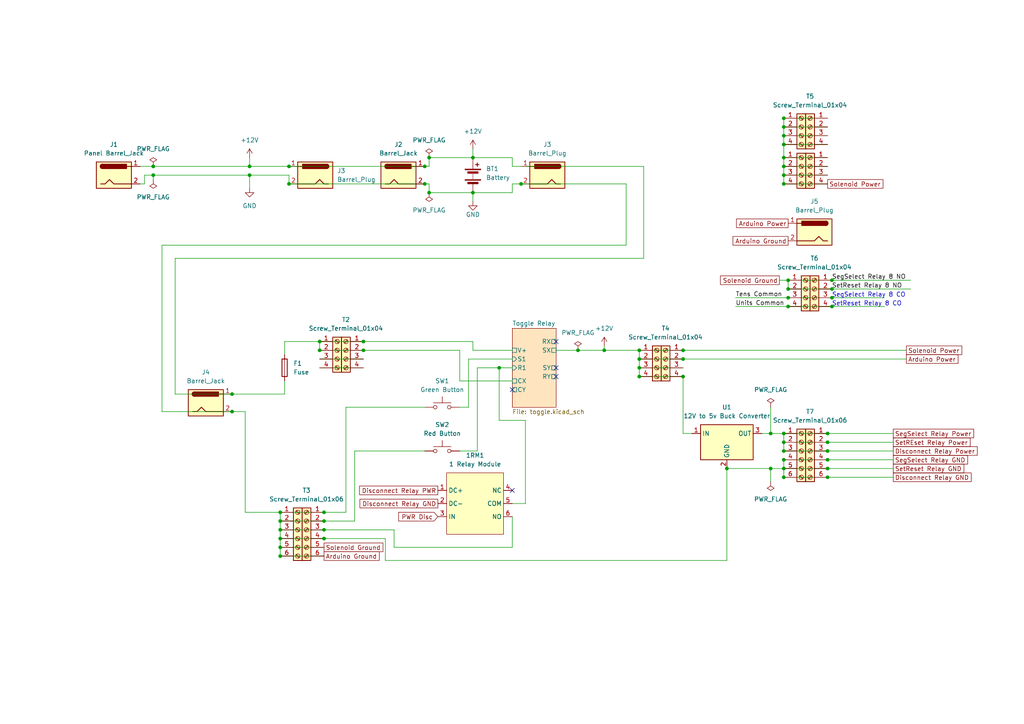
<source format=kicad_sch>
(kicad_sch (version 20230121) (generator eeschema)
  (paper "A4")
  (lib_symbols
    (symbol "Connector:Barrel_Jack" (pin_names (offset 1.016))
      (property "Reference" "J" (at 0 5.334 0))
      (property "Value" "Barrel_Jack" (at 0 -5.08 0))
      (symbol "Barrel_Jack_0_1"
        (rectangle (start -5.08 3.81) (end 5.08 -3.81) (stroke (width 0.254)) (fill (type background)))
        (arc (start -3.302 3.175) (mid -3.9343 2.54) (end -3.302 1.905) (stroke (width 0.254)))
        (arc (start -3.302 3.175) (mid -3.9343 2.54) (end -3.302 1.905) (stroke (width 0.254)) (fill (type outline)))
        (polyline (pts (xy 5.08 2.54) (xy 3.81 2.54)) (stroke (width 0.254)))
        (polyline (pts (xy -3.81 -2.54) (xy -2.54 -2.54) (xy -1.27 -1.27) (xy 0 -2.54) (xy 2.54 -2.54) (xy 5.08 -2.54)) (stroke (width 0.254)))
        (rectangle (start 3.683 3.175) (end -3.302 1.905) (stroke (width 0.254)) (fill (type outline)))
      )
      (symbol "Barrel_Jack_1_1"
        (pin passive line (at 7.62 2.54 180) (length 2.54) (name "~") (number "1"))
        (pin passive line (at 7.62 -2.54 180) (length 2.54) (name "~") (number "2"))
      )
    )
    (symbol "Connector:Screw_Terminal_01x04" (pin_names (offset 1.016) hide)
      (property "Reference" "J" (at 0 5.08 0))
      (property "Value" "Screw_Terminal_01x04" (at 0 -7.62 0))
      (symbol "Screw_Terminal_01x04_1_1"
        (rectangle (start -1.27 3.81) (end 1.27 -6.35) (stroke (width 0.254)) (fill (type background)))
        (circle (center 0 -5.08) (radius 0.635) (stroke (width 0.1524)))
        (circle (center 0 -2.54) (radius 0.635) (stroke (width 0.1524)))
        (polyline (pts (xy -0.5334 -4.7498) (xy 0.3302 -5.588)) (stroke (width 0.1524)))
        (polyline (pts (xy -0.5334 -2.2098) (xy 0.3302 -3.048)) (stroke (width 0.1524)))
        (polyline (pts (xy -0.5334 0.3302) (xy 0.3302 -0.508)) (stroke (width 0.1524)))
        (polyline (pts (xy -0.5334 2.8702) (xy 0.3302 2.032)) (stroke (width 0.1524)))
        (polyline (pts (xy -0.3556 -4.572) (xy 0.508 -5.4102)) (stroke (width 0.1524)))
        (polyline (pts (xy -0.3556 -2.032) (xy 0.508 -2.8702)) (stroke (width 0.1524)))
        (polyline (pts (xy -0.3556 0.508) (xy 0.508 -0.3302)) (stroke (width 0.1524)))
        (polyline (pts (xy -0.3556 3.048) (xy 0.508 2.2098)) (stroke (width 0.1524)))
        (circle (center 0 0) (radius 0.635) (stroke (width 0.1524)))
        (circle (center 0 2.54) (radius 0.635) (stroke (width 0.1524)))
        (pin passive line (at -5.08 2.54 0) (length 3.81) (name "Pin_1") (number "1"))
        (pin passive line (at -5.08 0 0) (length 3.81) (name "Pin_2") (number "2"))
        (pin passive line (at -5.08 -2.54 0) (length 3.81) (name "Pin_3") (number "3"))
        (pin passive line (at -5.08 -5.08 0) (length 3.81) (name "Pin_4") (number "4"))
      )
    )
    (symbol "Connector:Screw_Terminal_01x06" (pin_names (offset 1.016) hide)
      (property "Reference" "J" (at 0 7.62 0))
      (property "Value" "Screw_Terminal_01x06" (at 0 -10.16 0))
      (symbol "Screw_Terminal_01x06_1_1"
        (rectangle (start -1.27 6.35) (end 1.27 -8.89) (stroke (width 0.254)) (fill (type background)))
        (circle (center 0 -7.62) (radius 0.635) (stroke (width 0.1524)))
        (circle (center 0 -5.08) (radius 0.635) (stroke (width 0.1524)))
        (circle (center 0 -2.54) (radius 0.635) (stroke (width 0.1524)))
        (polyline (pts (xy -0.5334 -7.2898) (xy 0.3302 -8.128)) (stroke (width 0.1524)))
        (polyline (pts (xy -0.5334 -4.7498) (xy 0.3302 -5.588)) (stroke (width 0.1524)))
        (polyline (pts (xy -0.5334 -2.2098) (xy 0.3302 -3.048)) (stroke (width 0.1524)))
        (polyline (pts (xy -0.5334 0.3302) (xy 0.3302 -0.508)) (stroke (width 0.1524)))
        (polyline (pts (xy -0.5334 2.8702) (xy 0.3302 2.032)) (stroke (width 0.1524)))
        (polyline (pts (xy -0.5334 5.4102) (xy 0.3302 4.572)) (stroke (width 0.1524)))
        (polyline (pts (xy -0.3556 -7.112) (xy 0.508 -7.9502)) (stroke (width 0.1524)))
        (polyline (pts (xy -0.3556 -4.572) (xy 0.508 -5.4102)) (stroke (width 0.1524)))
        (polyline (pts (xy -0.3556 -2.032) (xy 0.508 -2.8702)) (stroke (width 0.1524)))
        (polyline (pts (xy -0.3556 0.508) (xy 0.508 -0.3302)) (stroke (width 0.1524)))
        (polyline (pts (xy -0.3556 3.048) (xy 0.508 2.2098)) (stroke (width 0.1524)))
        (polyline (pts (xy -0.3556 5.588) (xy 0.508 4.7498)) (stroke (width 0.1524)))
        (circle (center 0 0) (radius 0.635) (stroke (width 0.1524)))
        (circle (center 0 2.54) (radius 0.635) (stroke (width 0.1524)))
        (circle (center 0 5.08) (radius 0.635) (stroke (width 0.1524)))
        (pin passive line (at -5.08 5.08 0) (length 3.81) (name "Pin_1") (number "1"))
        (pin passive line (at -5.08 2.54 0) (length 3.81) (name "Pin_2") (number "2"))
        (pin passive line (at -5.08 0 0) (length 3.81) (name "Pin_3") (number "3"))
        (pin passive line (at -5.08 -2.54 0) (length 3.81) (name "Pin_4") (number "4"))
        (pin passive line (at -5.08 -5.08 0) (length 3.81) (name "Pin_5") (number "5"))
        (pin passive line (at -5.08 -7.62 0) (length 3.81) (name "Pin_6") (number "6"))
      )
    )
    (symbol "Device:Battery" (pin_numbers hide) (pin_names (offset 0) hide)
      (property "Reference" "BT" (at 2.54 2.54 0))
      (property "Value" "Battery" (at 2.54 0 0))
      (symbol "Battery_0_1"
        (rectangle (start -2.286 -1.27) (end 2.286 -1.524) (fill (type outline)))
        (rectangle (start -2.286 1.778) (end 2.286 1.524) (fill (type outline)))
        (rectangle (start -1.524 -2.032) (end 1.524 -2.54) (fill (type outline)))
        (rectangle (start -1.524 1.016) (end 1.524 0.508) (fill (type outline)))
        (polyline (pts (xy 0 -1.016) (xy 0 -0.762)))
        (polyline (pts (xy 0 -0.508) (xy 0 -0.254)))
        (polyline (pts (xy 0 0) (xy 0 0.254)))
        (polyline (pts (xy 0 1.778) (xy 0 2.54)))
        (polyline (pts (xy 0.762 3.048) (xy 1.778 3.048)) (stroke (width 0.254)))
        (polyline (pts (xy 1.27 3.556) (xy 1.27 2.54)) (stroke (width 0.254)))
      )
      (symbol "Battery_1_1"
        (pin passive line (at 0 5.08 270) (length 2.54) (name "+") (number "1"))
        (pin passive line (at 0 -5.08 90) (length 2.54) (name "-") (number "2"))
      )
    )
    (symbol "Device:Fuse" (pin_numbers hide) (pin_names (offset 0))
      (property "Reference" "F" (at 2.032 0 90))
      (property "Value" "Fuse" (at -1.905 0 90))
      (symbol "Fuse_0_1"
        (rectangle (start -0.762 -2.54) (end 0.762 2.54) (stroke (width 0.254)))
        (polyline (pts (xy 0 2.54) (xy 0 -2.54)))
      )
      (symbol "Fuse_1_1"
        (pin passive line (at 0 3.81 270) (length 1.27) (name "~") (number "1"))
        (pin passive line (at 0 -3.81 90) (length 1.27) (name "~") (number "2"))
      )
    )
    (symbol "Project_Library:1_Relay_Module"
      (property "Reference" "1RM1" (at -13.97 -0.635 90))
      (property "Value" "1 Relay Module" (at -11.43 -0.635 90))
      (symbol "1_Relay_Module_1_1"
        (rectangle (start -8.89 7.62) (end 8.89 -8.89) (fill (type background)))
        (pin power_in line (at -3.81 -11.43 90) (length 2.54) (name "DC+") (number "1"))
        (pin power_in line (at 0 -11.43 90) (length 2.54) (name "DC-") (number "2"))
        (pin input line (at 3.81 -11.43 90) (length 2.54) (name "IN") (number "3"))
        (pin passive line (at -3.81 10.16 270) (length 2.54) (name "NC") (number "4"))
        (pin passive line (at 0 10.16 270) (length 2.54) (name "COM") (number "5"))
        (pin passive line (at 3.81 10.16 270) (length 2.54) (name "NO") (number "6"))
      )
    )
    (symbol "Regulator_Linear:LT1963AxST-2.5"
      (property "Reference" "U" (at -7.62 6.35 0))
      (property "Value" "LT1963AxST-2.5" (at -1.27 6.35 0))
      (symbol "LT1963AxST-2.5_0_1"
        (rectangle (start -7.62 5.08) (end 7.62 -5.08) (stroke (width 0.254)) (fill (type background)))
      )
      (symbol "LT1963AxST-2.5_1_1"
        (pin power_in line (at -10.16 2.54 0) (length 2.54) (name "IN") (number "1"))
        (pin power_in line (at 0 -7.62 90) (length 2.54) (name "GND") (number "2"))
        (pin power_out line (at 10.16 2.54 180) (length 2.54) (name "OUT") (number "3"))
      )
    )
    (symbol "Switch:SW_MEC_5G" (pin_numbers hide) (pin_names (offset 1.016) hide)
      (property "Reference" "SW" (at 1.27 2.54 0))
      (property "Value" "SW_MEC_5G" (at 0 -1.524 0))
      (symbol "SW_MEC_5G_0_1"
        (circle (center -2.032 0) (radius 0.508))
        (polyline (pts (xy 0 1.27) (xy 0 3.048)))
        (polyline (pts (xy 2.54 1.27) (xy -2.54 1.27)))
        (circle (center 2.032 0) (radius 0.508))
        (pin passive line (at -5.08 0 0) (length 2.54) (name "A") (number "1"))
        (pin passive line (at 5.08 0 180) (length 2.54) (name "B") (number "3"))
      )
      (symbol "SW_MEC_5G_1_1"
        (pin passive line (at -5.08 0 0) (length 2.54) hide (name "A") (number "2"))
        (pin passive line (at 5.08 0 180) (length 2.54) hide (name "B") (number "4"))
      )
    )
    (symbol "power:+12V" (power) (pin_names (offset 0))
      (property "Value" "+12V" (at 0 3.556 0))
      (symbol "+12V_0_1"
        (polyline (pts (xy -0.762 1.27) (xy 0 2.54)))
        (polyline (pts (xy 0 0) (xy 0 2.54)))
        (polyline (pts (xy 0 2.54) (xy 0.762 1.27)))
      )
      (symbol "+12V_1_1"
        (pin power_in line (at 0 0 90) (length 0) hide (name "+12V") (number "1"))
      )
    )
    (symbol "power:GND" (power) (pin_names (offset 0))
      (property "Value" "GND" (at 0 -3.81 0))
      (symbol "GND_0_1"
        (polyline (pts (xy 0 0) (xy 0 -1.27) (xy 1.27 -1.27) (xy 0 -2.54) (xy -1.27 -1.27) (xy 0 -1.27)))
      )
      (symbol "GND_1_1"
        (pin power_in line (at 0 0 270) (length 0) hide (name "GND") (number "1"))
      )
    )
    (symbol "power:PWR_FLAG" (power) (pin_numbers hide) (pin_names (offset 0) hide)
      (property "Value" "PWR_FLAG" (at 0 3.81 0))
      (symbol "PWR_FLAG_0_0"
        (pin power_out line (at 0 0 90) (length 0) (name "pwr") (number "1"))
      )
      (symbol "PWR_FLAG_0_1"
        (polyline (pts (xy 0 0) (xy 0 1.27) (xy -1.016 1.905) (xy 0 2.54) (xy 1.016 1.905) (xy 0 1.27)))
      )
    )
  )
  (junction (at 241.3 83.82))
  (junction (at 137.16 55.88))
  (junction (at 81.28 148.59))
  (junction (at 105.41 101.6))
  (junction (at 227.33 50.8))
  (junction (at 185.42 109.22))
  (junction (at 227.33 138.43))
  (junction (at 240.03 128.27))
  (junction (at 227.33 53.34))
  (junction (at 123.19 53.34))
  (junction (at 124.46 45.72))
  (junction (at 227.33 135.89))
  (junction (at 228.6 86.36))
  (junction (at 124.46 55.88))
  (junction (at 228.6 83.82))
  (junction (at 137.16 45.72))
  (junction (at 123.19 48.26))
  (junction (at 92.71 99.06))
  (junction (at 227.33 34.29))
  (junction (at 92.71 101.6))
  (junction (at 93.98 151.13))
  (junction (at 227.33 39.37))
  (junction (at 227.33 48.26))
  (junction (at 185.42 101.6))
  (junction (at 198.12 101.6))
  (junction (at 240.03 125.73))
  (junction (at 241.3 88.9))
  (junction (at 81.28 158.75))
  (junction (at 67.31 114.3))
  (junction (at 81.28 156.21))
  (junction (at 240.03 135.89))
  (junction (at 227.33 41.91))
  (junction (at 240.03 130.81))
  (junction (at 167.64 101.6))
  (junction (at 228.6 88.9))
  (junction (at 93.98 153.67))
  (junction (at 240.03 133.35))
  (junction (at 227.33 128.27))
  (junction (at 241.3 86.36))
  (junction (at 93.98 156.21))
  (junction (at 227.33 36.83))
  (junction (at 223.52 135.89))
  (junction (at 93.98 148.59))
  (junction (at 198.12 109.22))
  (junction (at 227.33 125.73))
  (junction (at 151.13 53.34))
  (junction (at 227.33 45.72))
  (junction (at 44.45 48.26))
  (junction (at 83.82 48.26))
  (junction (at 223.52 125.73))
  (junction (at 228.6 81.28))
  (junction (at 44.45 50.8))
  (junction (at 175.26 101.6))
  (junction (at 227.33 130.81))
  (junction (at 72.39 48.26))
  (junction (at 198.12 104.14))
  (junction (at 81.28 153.67))
  (junction (at 81.28 151.13))
  (junction (at 227.33 133.35))
  (junction (at 144.78 106.68))
  (junction (at 241.3 81.28))
  (junction (at 185.42 106.68))
  (junction (at 72.39 50.8))
  (junction (at 81.28 161.29))
  (junction (at 67.31 119.38))
  (junction (at 83.82 53.34))
  (junction (at 105.41 99.06))
  (junction (at 210.82 135.89))
  (junction (at 185.42 104.14))
  (junction (at 240.03 138.43))
  (no_connect (at 148.59 113.03))
  (no_connect (at 161.29 106.68))
  (no_connect (at 161.29 109.22))
  (no_connect (at 161.29 99.06))
  (no_connect (at 148.59 142.24))
  (wire (pts (xy 227.33 128.27) (xy 240.03 128.27)))
  (wire (pts (xy 227.33 34.29) (xy 240.03 34.29)))
  (wire (pts (xy 227.33 39.37) (xy 227.33 41.91)))
  (wire (pts (xy 135.89 104.14) (xy 148.59 104.14)))
  (wire (pts (xy 137.16 101.6) (xy 148.59 101.6)))
  (wire (pts (xy 240.03 125.73) (xy 259.08 125.73)))
  (wire (pts (xy 185.42 101.6) (xy 185.42 104.14)))
  (wire (pts (xy 213.36 88.9) (xy 228.6 88.9)))
  (wire (pts (xy 124.46 48.26) (xy 124.46 45.72)))
  (wire (pts (xy 148.59 48.26) (xy 151.13 48.26)))
  (wire (pts (xy 148.59 55.88) (xy 148.59 53.34)))
  (wire (pts (xy 81.28 156.21) (xy 93.98 156.21)))
  (wire (pts (xy 83.82 53.34) (xy 83.82 50.8)))
  (wire (pts (xy 105.41 99.06) (xy 137.16 99.06)))
  (wire (pts (xy 240.03 138.43) (xy 259.08 138.43)))
  (wire (pts (xy 186.69 48.26) (xy 186.69 74.93)))
  (wire (pts (xy 148.59 53.34) (xy 151.13 53.34)))
  (wire (pts (xy 226.06 81.28) (xy 228.6 81.28)))
  (wire (pts (xy 92.71 104.14) (xy 105.41 104.14)))
  (wire (pts (xy 72.39 45.72) (xy 72.39 48.26)))
  (wire (pts (xy 100.33 148.59) (xy 93.98 148.59)))
  (wire (pts (xy 81.28 151.13) (xy 93.98 151.13)))
  (wire (pts (xy 93.98 156.21) (xy 111.76 156.21)))
  (wire (pts (xy 241.3 88.9) (xy 256.54 88.9)))
  (wire (pts (xy 41.91 53.34) (xy 41.91 50.8)))
  (wire (pts (xy 227.33 130.81) (xy 240.03 130.81)))
  (wire (pts (xy 92.71 101.6) (xy 105.41 101.6)))
  (wire (pts (xy 81.28 153.67) (xy 81.28 156.21)))
  (wire (pts (xy 185.42 101.6) (xy 198.12 101.6)))
  (wire (pts (xy 46.99 119.38) (xy 67.31 119.38)))
  (wire (pts (xy 124.46 55.88) (xy 137.16 55.88)))
  (wire (pts (xy 148.59 110.49) (xy 133.35 110.49)))
  (wire (pts (xy 227.33 125.73) (xy 240.03 125.73)))
  (wire (pts (xy 227.33 50.8) (xy 240.03 50.8)))
  (wire (pts (xy 220.98 125.73) (xy 223.52 125.73)))
  (wire (pts (xy 81.28 148.59) (xy 81.28 151.13)))
  (wire (pts (xy 228.6 88.9) (xy 241.3 88.9)))
  (wire (pts (xy 67.31 114.3) (xy 82.55 114.3)))
  (wire (pts (xy 181.61 71.12) (xy 46.99 71.12)))
  (wire (pts (xy 144.78 106.68) (xy 148.59 106.68)))
  (wire (pts (xy 223.52 125.73) (xy 227.33 125.73)))
  (wire (pts (xy 228.6 81.28) (xy 228.6 83.82)))
  (wire (pts (xy 81.28 161.29) (xy 93.98 161.29)))
  (wire (pts (xy 223.52 135.89) (xy 227.33 135.89)))
  (wire (pts (xy 227.33 48.26) (xy 240.03 48.26)))
  (wire (pts (xy 185.42 104.14) (xy 185.42 106.68)))
  (wire (pts (xy 210.82 162.56) (xy 210.82 135.89)))
  (wire (pts (xy 138.43 130.81) (xy 138.43 106.68)))
  (wire (pts (xy 227.33 48.26) (xy 227.33 50.8)))
  (wire (pts (xy 241.3 83.82) (xy 264.16 83.82)))
  (wire (pts (xy 114.3 153.67) (xy 93.98 153.67)))
  (wire (pts (xy 138.43 106.68) (xy 144.78 106.68)))
  (wire (pts (xy 240.03 130.81) (xy 259.08 130.81)))
  (wire (pts (xy 40.64 53.34) (xy 41.91 53.34)))
  (wire (pts (xy 81.28 156.21) (xy 81.28 158.75)))
  (wire (pts (xy 227.33 135.89) (xy 240.03 135.89)))
  (wire (pts (xy 83.82 48.26) (xy 123.19 48.26)))
  (wire (pts (xy 137.16 45.72) (xy 148.59 45.72)))
  (wire (pts (xy 185.42 106.68) (xy 185.42 109.22)))
  (wire (pts (xy 92.71 99.06) (xy 105.41 99.06)))
  (wire (pts (xy 213.36 86.36) (xy 228.6 86.36)))
  (wire (pts (xy 152.4 121.92) (xy 144.78 121.92)))
  (wire (pts (xy 123.19 130.81) (xy 102.87 130.81)))
  (wire (pts (xy 133.35 110.49) (xy 133.35 101.6)))
  (wire (pts (xy 161.29 101.6) (xy 167.64 101.6)))
  (wire (pts (xy 81.28 151.13) (xy 81.28 153.67)))
  (wire (pts (xy 81.28 158.75) (xy 93.98 158.75)))
  (wire (pts (xy 50.8 114.3) (xy 67.31 114.3)))
  (wire (pts (xy 223.52 118.11) (xy 223.52 125.73)))
  (wire (pts (xy 200.66 125.73) (xy 198.12 125.73)))
  (wire (pts (xy 152.4 146.05) (xy 152.4 121.92)))
  (wire (pts (xy 228.6 86.36) (xy 241.3 86.36)))
  (wire (pts (xy 44.45 50.8) (xy 72.39 50.8)))
  (wire (pts (xy 227.33 133.35) (xy 240.03 133.35)))
  (wire (pts (xy 181.61 53.34) (xy 151.13 53.34)))
  (wire (pts (xy 227.33 135.89) (xy 227.33 138.43)))
  (wire (pts (xy 144.78 121.92) (xy 144.78 106.68)))
  (wire (pts (xy 40.64 48.26) (xy 44.45 48.26)))
  (wire (pts (xy 124.46 53.34) (xy 124.46 55.88)))
  (wire (pts (xy 114.3 158.75) (xy 114.3 153.67)))
  (wire (pts (xy 228.6 83.82) (xy 241.3 83.82)))
  (wire (pts (xy 181.61 53.34) (xy 181.61 71.12)))
  (wire (pts (xy 111.76 162.56) (xy 210.82 162.56)))
  (wire (pts (xy 240.03 133.35) (xy 259.08 133.35)))
  (wire (pts (xy 227.33 128.27) (xy 227.33 125.73)))
  (wire (pts (xy 137.16 55.88) (xy 148.59 55.88)))
  (wire (pts (xy 167.64 101.6) (xy 175.26 101.6)))
  (wire (pts (xy 83.82 50.8) (xy 72.39 50.8)))
  (wire (pts (xy 72.39 48.26) (xy 83.82 48.26)))
  (wire (pts (xy 227.33 45.72) (xy 240.03 45.72)))
  (wire (pts (xy 198.12 101.6) (xy 262.89 101.6)))
  (wire (pts (xy 227.33 45.72) (xy 227.33 48.26)))
  (wire (pts (xy 148.59 45.72) (xy 148.59 48.26)))
  (wire (pts (xy 227.33 138.43) (xy 240.03 138.43)))
  (wire (pts (xy 111.76 162.56) (xy 111.76 156.21)))
  (wire (pts (xy 83.82 53.34) (xy 123.19 53.34)))
  (wire (pts (xy 81.28 158.75) (xy 81.28 161.29)))
  (wire (pts (xy 227.33 41.91) (xy 227.33 45.72)))
  (wire (pts (xy 137.16 58.42) (xy 137.16 55.88)))
  (wire (pts (xy 198.12 109.22) (xy 198.12 125.73)))
  (wire (pts (xy 44.45 48.26) (xy 72.39 48.26)))
  (wire (pts (xy 50.8 74.93) (xy 50.8 114.3)))
  (wire (pts (xy 133.35 130.81) (xy 138.43 130.81)))
  (wire (pts (xy 67.31 119.38) (xy 71.12 119.38)))
  (wire (pts (xy 124.46 45.72) (xy 137.16 45.72)))
  (wire (pts (xy 123.19 48.26) (xy 124.46 48.26)))
  (wire (pts (xy 105.41 101.6) (xy 133.35 101.6)))
  (wire (pts (xy 210.82 135.89) (xy 223.52 135.89)))
  (wire (pts (xy 100.33 118.11) (xy 100.33 148.59)))
  (wire (pts (xy 71.12 148.59) (xy 81.28 148.59)))
  (wire (pts (xy 137.16 43.18) (xy 137.16 45.72)))
  (wire (pts (xy 46.99 71.12) (xy 46.99 119.38)))
  (wire (pts (xy 102.87 151.13) (xy 93.98 151.13)))
  (wire (pts (xy 227.33 34.29) (xy 227.33 36.83)))
  (wire (pts (xy 72.39 50.8) (xy 72.39 54.61)))
  (wire (pts (xy 41.91 50.8) (xy 44.45 50.8)))
  (wire (pts (xy 114.3 158.75) (xy 148.59 158.75)))
  (wire (pts (xy 81.28 153.67) (xy 93.98 153.67)))
  (wire (pts (xy 185.42 109.22) (xy 198.12 109.22)))
  (wire (pts (xy 100.33 118.11) (xy 123.19 118.11)))
  (wire (pts (xy 92.71 99.06) (xy 92.71 101.6)))
  (wire (pts (xy 82.55 99.06) (xy 82.55 102.87)))
  (wire (pts (xy 44.45 50.8) (xy 44.45 52.07)))
  (wire (pts (xy 240.03 135.89) (xy 259.08 135.89)))
  (wire (pts (xy 175.26 101.6) (xy 185.42 101.6)))
  (wire (pts (xy 185.42 106.68) (xy 198.12 106.68)))
  (wire (pts (xy 186.69 74.93) (xy 50.8 74.93)))
  (wire (pts (xy 227.33 50.8) (xy 227.33 53.34)))
  (wire (pts (xy 82.55 99.06) (xy 92.71 99.06)))
  (wire (pts (xy 185.42 104.14) (xy 198.12 104.14)))
  (wire (pts (xy 223.52 139.7) (xy 223.52 135.89)))
  (wire (pts (xy 81.28 148.59) (xy 93.98 148.59)))
  (wire (pts (xy 198.12 104.14) (xy 262.89 104.14)))
  (wire (pts (xy 175.26 101.6) (xy 175.26 100.33)))
  (wire (pts (xy 227.33 36.83) (xy 227.33 39.37)))
  (wire (pts (xy 227.33 41.91) (xy 240.03 41.91)))
  (wire (pts (xy 82.55 110.49) (xy 82.55 114.3)))
  (wire (pts (xy 135.89 118.11) (xy 133.35 118.11)))
  (wire (pts (xy 240.03 128.27) (xy 259.08 128.27)))
  (wire (pts (xy 148.59 146.05) (xy 152.4 146.05)))
  (wire (pts (xy 227.33 36.83) (xy 240.03 36.83)))
  (wire (pts (xy 102.87 130.81) (xy 102.87 151.13)))
  (wire (pts (xy 228.6 81.28) (xy 241.3 81.28)))
  (wire (pts (xy 227.33 53.34) (xy 240.03 53.34)))
  (wire (pts (xy 148.59 149.86) (xy 148.59 158.75)))
  (wire (pts (xy 227.33 39.37) (xy 240.03 39.37)))
  (wire (pts (xy 241.3 86.36) (xy 256.54 86.36)))
  (wire (pts (xy 241.3 81.28) (xy 264.16 81.28)))
  (wire (pts (xy 135.89 118.11) (xy 135.89 104.14)))
  (wire (pts (xy 71.12 148.59) (xy 71.12 119.38)))
  (wire (pts (xy 123.19 53.34) (xy 124.46 53.34)))
  (wire (pts (xy 137.16 99.06) (xy 137.16 101.6)))
  (wire (pts (xy 92.71 106.68) (xy 105.41 106.68)))
  (wire (pts (xy 227.33 128.27) (xy 227.33 130.81)))
  (wire (pts (xy 152.4 48.26) (xy 186.69 48.26)))
  (wire (pts (xy 227.33 133.35) (xy 227.33 135.89)))
  (text "SegSelect Relay 8 CO" (at 241.3 86.36 0) (effects (font (size 1.27 1.27)) (justify left bottom)))
  (text "SetReset Relay 8 CO" (at 241.3 88.9 0) (effects (font (size 1.27 1.27)) (justify left bottom)))
  (label "Units Common" (at 213.36 88.9 0))
  (label "SetReset Relay 8 NO" (at 241.3 83.82 0))
  (label "SegSelect Relay 8 NO" (at 241.3 81.28 0))
  (label "Tens Common" (at 213.36 86.36 0))
  (global_label "Arduino Ground" (shape passive) (at 228.6 69.85 180) (property "Intersheetrefs" "${INTERSHEET_REFS}" (effects hide)))
  (global_label "Solenoid Ground" (shape passive) (at 93.98 158.75 0) (property "Intersheetrefs" "${INTERSHEET_REFS}" (effects hide)))
  (global_label "Arduino Ground" (shape passive) (at 93.98 161.29 0) (property "Intersheetrefs" "${INTERSHEET_REFS}" (effects hide)))
  (global_label "Solenoid Power" (shape passive) (at 240.03 53.34 0) (property "Intersheetrefs" "${INTERSHEET_REFS}" (effects hide)))
  (global_label "Disconnect Relay GND" (shape passive) (at 127 146.05 180) (property "Intersheetrefs" "${INTERSHEET_REFS}" (effects hide)))
  (global_label "Disconnect Relay GND" (shape passive) (at 259.08 138.43 0) (property "Intersheetrefs" "${INTERSHEET_REFS}" (effects hide)))
  (global_label "Disconnect Relay PWR" (shape passive) (at 127 142.24 180) (property "Intersheetrefs" "${INTERSHEET_REFS}" (effects hide)))
  (global_label "SetREset Relay Power" (shape passive) (at 259.08 128.27 0) (property "Intersheetrefs" "${INTERSHEET_REFS}" (effects hide)))
  (global_label "Disconnect Relay Power" (shape passive) (at 259.08 130.81 0) (property "Intersheetrefs" "${INTERSHEET_REFS}" (effects hide)))
  (global_label "PWR Disc" (shape input) (at 127 149.86 180) (property "Intersheetrefs" "${INTERSHEET_REFS}" (effects hide)))
  (global_label "Arduino Power" (shape passive) (at 228.6 64.77 180) (property "Intersheetrefs" "${INTERSHEET_REFS}" (effects hide)))
  (global_label "Solenoid Ground" (shape passive) (at 226.06 81.28 180) (property "Intersheetrefs" "${INTERSHEET_REFS}" (effects hide)))
  (global_label "SegSelect Relay GND" (shape passive) (at 259.08 133.35 0) (property "Intersheetrefs" "${INTERSHEET_REFS}" (effects hide)))
  (global_label "Solenoid Power" (shape passive) (at 262.89 101.6 0) (property "Intersheetrefs" "${INTERSHEET_REFS}" (effects hide)))
  (global_label "SetReset Relay GND" (shape passive) (at 259.08 135.89 0) (property "Intersheetrefs" "${INTERSHEET_REFS}" (effects hide)))
  (global_label "SegSelect Relay Power" (shape passive) (at 259.08 125.73 0) (property "Intersheetrefs" "${INTERSHEET_REFS}" (effects hide)))
  (global_label "Arduino Power" (shape passive) (at 262.89 104.14 0) (property "Intersheetrefs" "${INTERSHEET_REFS}" (effects hide)))
  (symbol (lib_id "Connector:Screw_Terminal_01x04") (at 233.68 83.82 0) (unit 1)
    (property "Reference" "J18" (effects hide))
    (property "Value" "Screw_Terminal_01x04" (effects hide))
  )
  (symbol (lib_id "Connector:Screw_Terminal_01x04") (at 193.04 104.14 0) (mirror y) (unit 1)
    (property "Reference" "T4" (at 193.04 95.25 0))
    (property "Value" "Screw_Terminal_01x04" (at 193.04 97.79 0))
  )
  (symbol (lib_id "power:+12V") (at 175.26 100.33 0) (unit 1)
    (property "Reference" "#PWR05" (effects hide))
    (property "Value" "+12V" (at 175.26 95.25 0))
  )
  (symbol (lib_id "power:+12V") (at 137.16 43.18 0) (unit 1)
    (property "Reference" "#PWR01" (effects hide))
    (property "Value" "+12V" (at 137.16 38.1 0))
  )
  (symbol (lib_id "Switch:SW_MEC_5G") (at 128.27 118.11 0) (unit 1)
    (property "Reference" "SW1" (at 128.27 110.49 0))
    (property "Value" "Green Button" (at 128.27 113.03 0))
    (property "Datasheet" "http://www.apem.com/int/index.php?controller=attachment&id_attachment=488" (effects hide))
  )
  (symbol (lib_id "power:+12V") (at 72.39 45.72 0) (unit 1)
    (property "Reference" "#PWR03" (effects hide))
    (property "Value" "+12V" (at 72.39 40.64 0))
  )
  (symbol (lib_id "Connector:Screw_Terminal_01x06") (at 86.36 153.67 0) (unit 1)
    (property "Reference" "J8" (effects hide))
    (property "Value" "Screw_Terminal_01x06" (effects hide))
  )
  (symbol (lib_id "Connector:Screw_Terminal_01x04") (at 232.41 36.83 0) (unit 1)
    (property "Reference" "J6" (effects hide))
    (property "Value" "Screw_Terminal_01x04" (effects hide))
  )
  (symbol (lib_id "Connector:Screw_Terminal_01x04") (at 190.5 104.14 0) (unit 1)
    (property "Reference" "J11" (effects hide))
    (property "Value" "Screw_Terminal_01x04" (effects hide))
  )
  (symbol (lib_id "power:PWR_FLAG") (at 44.45 52.07 0) (mirror x) (unit 1)
    (property "Reference" "#FLG04" (effects hide))
    (property "Value" "PWR_FLAG" (at 44.45 57.15 0))
  )
  (symbol (lib_id "power:PWR_FLAG") (at 223.52 139.7 0) (mirror x) (unit 1)
    (property "Reference" "#FLG07" (effects hide))
    (property "Value" "PWR_FLAG" (at 223.52 144.78 0))
  )
  (symbol (lib_id "Connector:Barrel_Jack") (at 91.44 50.8 0) (mirror y) (unit 1)
    (property "Reference" "J3" (at 97.79 49.53 0) (effects (justify right)))
    (property "Value" "Barrel_Plug" (at 97.79 52.07 0) (effects (justify right)))
  )
  (symbol (lib_id "power:PWR_FLAG") (at 44.45 48.26 0) (unit 1)
    (property "Reference" "#FLG03" (effects hide))
    (property "Value" "PWR_FLAG" (at 44.45 43.18 0))
  )
  (symbol (lib_id "power:PWR_FLAG") (at 124.46 55.88 0) (mirror x) (unit 1)
    (property "Reference" "#FLG02" (effects hide))
    (property "Value" "PWR_FLAG" (at 124.46 60.96 0))
  )
  (symbol (lib_id "Connector:Barrel_Jack") (at 33.02 50.8 0) (unit 1)
    (property "Reference" "J1" (at 33.02 41.91 0))
    (property "Value" "Panel Barrel_Jack" (at 33.02 44.45 0))
  )
  (symbol (lib_id "Connector:Screw_Terminal_01x04") (at 234.95 36.83 0) (mirror y) (unit 1)
    (property "Reference" "T5" (at 234.95 27.94 0))
    (property "Value" "Screw_Terminal_01x04" (at 234.95 30.48 0))
  )
  (symbol (lib_id "Connector:Barrel_Jack") (at 158.75 50.8 0) (mirror y) (unit 1)
    (property "Reference" "J3" (at 158.75 41.91 0))
    (property "Value" "Barrel_Plug" (at 158.75 44.45 0))
  )
  (symbol (lib_id "Connector:Screw_Terminal_01x04") (at 236.22 83.82 0) (mirror y) (unit 1)
    (property "Reference" "T6" (at 236.22 74.93 0))
    (property "Value" "Screw_Terminal_01x04" (at 236.22 77.47 0))
  )
  (symbol (lib_id "Switch:SW_MEC_5G") (at 128.27 130.81 0) (unit 1)
    (property "Reference" "SW2" (at 128.27 123.19 0))
    (property "Value" "Red Button" (at 128.27 125.73 0))
    (property "Datasheet" "http://www.apem.com/int/index.php?controller=attachment&id_attachment=488" (effects hide))
  )
  (symbol (lib_id "Connector:Screw_Terminal_01x04") (at 97.79 101.6 0) (unit 1)
    (property "Reference" "J9" (effects hide))
    (property "Value" "Screw_Terminal_01x04" (effects hide))
  )
  (symbol (lib_id "Connector:Screw_Terminal_01x06") (at 88.9 153.67 0) (mirror y) (unit 1)
    (property "Reference" "T3" (at 88.9 142.24 0))
    (property "Value" "Screw_Terminal_01x06" (at 88.9 144.78 0))
  )
  (symbol (lib_id "Connector:Barrel_Jack") (at 115.57 50.8 0) (unit 1)
    (property "Reference" "J2" (at 115.57 41.91 0))
    (property "Value" "Barrel_Jack" (at 115.57 44.45 0))
  )
  (symbol (lib_id "power:PWR_FLAG") (at 124.46 45.72 0) (unit 1)
    (property "Reference" "#FLG01" (effects hide))
    (property "Value" "PWR_FLAG" (at 124.46 40.64 0))
  )
  (symbol (lib_id "Connector:Barrel_Jack") (at 236.22 67.31 0) (mirror y) (unit 1)
    (property "Reference" "J5" (at 236.22 58.42 0))
    (property "Value" "Barrel_Plug" (at 236.22 60.96 0))
  )
  (symbol (lib_id "power:GND") (at 72.39 54.61 0) (unit 1)
    (property "Reference" "#PWR04" (effects hide))
    (property "Value" "GND" (at 72.39 59.69 0))
  )
  (symbol (lib_id "power:PWR_FLAG") (at 223.52 118.11 0) (unit 1)
    (property "Reference" "#FLG06" (effects hide))
    (property "Value" "PWR_FLAG" (at 223.52 113.03 0))
  )
  (symbol (lib_id "Regulator_Linear:LT1963AxST-2.5") (at 210.82 128.27 0) (unit 1)
    (property "Reference" "U1" (at 210.82 118.11 0))
    (property "Value" "12V to 5v Buck Converter" (at 210.82 120.65 0))
    (property "Footprint" "Package_TO_SOT_SMD:SOT-223-3_TabPin2" (effects hide))
    (property "Datasheet" "https://www.analog.com/media/en/technical-documentation/data-sheets/1963aff.pdf" (effects hide))
  )
  (symbol (lib_id "power:PWR_FLAG") (at 167.64 101.6 0) (unit 1)
    (property "Reference" "#FLG05" (effects hide))
    (property "Value" "PWR_FLAG" (at 167.64 96.52 0))
  )
  (symbol (lib_id "Connector:Screw_Terminal_01x04") (at 100.33 101.6 0) (mirror y) (unit 1)
    (property "Reference" "T2" (at 100.33 92.71 0))
    (property "Value" "Screw_Terminal_01x04" (at 100.33 95.25 0))
  )
  (symbol (lib_id "Device:Fuse") (at 82.55 106.68 0) (unit 1)
    (property "Reference" "F1" (at 85.09 105.41 0) (effects (justify left)))
    (property "Value" "Fuse" (at 85.09 107.95 0) (effects (justify left)))
  )
  (symbol (lib_id "Connector:Screw_Terminal_01x04") (at 234.95 48.26 0) (mirror y) (unit 1)
    (property "Reference" "T8" (effects hide))
    (property "Value" "Screw_Terminal_01x04" (effects hide))
  )
  (symbol (lib_id "Project_Library:1_Relay_Module") (at 138.43 146.05 270) (unit 1)
    (property "Reference" "1RM1" (at 137.795 132.08 90))
    (property "Value" "1 Relay Module" (at 137.795 134.62 90))
  )
  (symbol (lib_id "Connector:Screw_Terminal_01x06") (at 232.41 130.81 0) (unit 1)
    (property "Reference" "T8" (effects hide))
    (property "Value" "Screw_Terminal_01x06" (effects hide))
  )
  (symbol (lib_id "power:GND") (at 137.16 58.42 0) (unit 1)
    (property "Reference" "#PWR02" (effects hide))
    (property "Value" "GND" (at 137.16 62.23 0))
  )
  (symbol (lib_id "Connector:Screw_Terminal_01x06") (at 234.95 130.81 0) (mirror y) (unit 1)
    (property "Reference" "T7" (at 234.95 119.38 0))
    (property "Value" "Screw_Terminal_01x06" (at 234.95 121.92 0))
  )
  (symbol (lib_id "Device:Battery") (at 137.16 50.8 0) (unit 1)
    (property "Reference" "BT1" (at 140.97 48.9585 0) (effects (justify left)))
    (property "Value" "Battery" (at 140.97 51.4985 0) (effects (justify left)))
  )
  (symbol (lib_id "Connector:Barrel_Jack") (at 59.69 116.84 0) (unit 1)
    (property "Reference" "J4" (at 59.69 107.95 0))
    (property "Value" "Barrel_Jack" (at 59.69 110.49 0))
  )
  (symbol (lib_id "Connector:Screw_Terminal_01x04") (at 232.41 48.26 0) (unit 1)
    (property "Reference" "J7" (effects hide))
    (property "Value" "Screw_Terminal_01x04" (effects hide))
  )
  (sheet (at 148.59 95.25) (size 12.7 22.86) (stroke (width 0.1524)) (fill (color 255 229 191 1.0000))
    (property "Sheetname" "Toggle Relay" (at 148.59 94.5384 0) (effects (justify left bottom)))
    (property "Sheetfile" "toggle.kicad_sch" (at 148.59 118.6946 0) (effects (justify left top)))
    (pin "R1" input (at 148.59 106.68 180))
    (pin "SX" passive (at 161.29 101.6 0))
    (pin "RX" passive (at 161.29 99.06 0))
    (pin "S1" input (at 148.59 104.14 180))
    (pin "V+" passive (at 148.59 101.6 180))
    (pin "SY" passive (at 161.29 106.68 0))
    (pin "RY" passive (at 161.29 109.22 0))
    (pin "CX" passive (at 148.59 110.49 180))
    (pin "CY" passive (at 148.59 113.03 180))
  )
)
</source>
